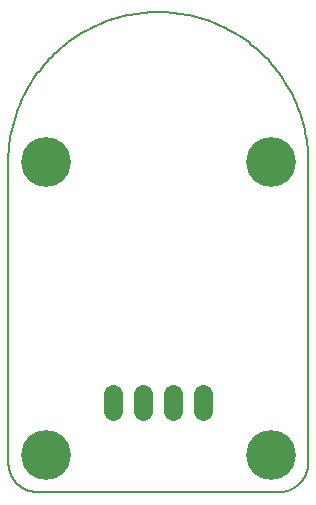
<source format=gbs>
G75*
%MOIN*%
%OFA0B0*%
%FSLAX25Y25*%
%IPPOS*%
%LPD*%
%AMOC8*
5,1,8,0,0,1.08239X$1,22.5*
%
%ADD10C,0.00500*%
%ADD11C,0.06343*%
%ADD12C,0.16611*%
D10*
X0011800Y0016800D02*
X0011800Y0116800D01*
X0011815Y0118018D01*
X0011859Y0119234D01*
X0011933Y0120450D01*
X0012037Y0121663D01*
X0012170Y0122873D01*
X0012333Y0124080D01*
X0012525Y0125282D01*
X0012746Y0126480D01*
X0012996Y0127672D01*
X0013275Y0128857D01*
X0013583Y0130035D01*
X0013920Y0131205D01*
X0014285Y0132367D01*
X0014678Y0133519D01*
X0015099Y0134662D01*
X0015548Y0135793D01*
X0016024Y0136914D01*
X0016528Y0138023D01*
X0017058Y0139119D01*
X0017615Y0140202D01*
X0018198Y0141271D01*
X0018806Y0142325D01*
X0019441Y0143365D01*
X0020100Y0144388D01*
X0020784Y0145396D01*
X0021493Y0146386D01*
X0022225Y0147359D01*
X0022981Y0148313D01*
X0023760Y0149249D01*
X0024561Y0150166D01*
X0025385Y0151063D01*
X0026230Y0151939D01*
X0027096Y0152795D01*
X0027983Y0153630D01*
X0028890Y0154442D01*
X0029816Y0155232D01*
X0030762Y0156000D01*
X0031725Y0156744D01*
X0032707Y0157464D01*
X0033706Y0158161D01*
X0034721Y0158833D01*
X0035753Y0159480D01*
X0036800Y0160101D01*
X0037862Y0160697D01*
X0038938Y0161267D01*
X0040027Y0161811D01*
X0041130Y0162327D01*
X0042245Y0162817D01*
X0043371Y0163280D01*
X0044508Y0163715D01*
X0045656Y0164122D01*
X0046813Y0164501D01*
X0047979Y0164852D01*
X0049153Y0165174D01*
X0050335Y0165468D01*
X0051524Y0165733D01*
X0052718Y0165968D01*
X0053918Y0166175D01*
X0055123Y0166352D01*
X0056331Y0166500D01*
X0057543Y0166618D01*
X0058758Y0166707D01*
X0059974Y0166767D01*
X0061191Y0166796D01*
X0062409Y0166796D01*
X0063626Y0166767D01*
X0064842Y0166707D01*
X0066057Y0166618D01*
X0067269Y0166500D01*
X0068477Y0166352D01*
X0069682Y0166175D01*
X0070882Y0165968D01*
X0072076Y0165733D01*
X0073265Y0165468D01*
X0074447Y0165174D01*
X0075621Y0164852D01*
X0076787Y0164501D01*
X0077944Y0164122D01*
X0079092Y0163715D01*
X0080229Y0163280D01*
X0081355Y0162817D01*
X0082470Y0162327D01*
X0083573Y0161811D01*
X0084662Y0161267D01*
X0085738Y0160697D01*
X0086800Y0160101D01*
X0087847Y0159480D01*
X0088879Y0158833D01*
X0089894Y0158161D01*
X0090893Y0157464D01*
X0091875Y0156744D01*
X0092838Y0156000D01*
X0093784Y0155232D01*
X0094710Y0154442D01*
X0095617Y0153630D01*
X0096504Y0152795D01*
X0097370Y0151939D01*
X0098215Y0151063D01*
X0099039Y0150166D01*
X0099840Y0149249D01*
X0100619Y0148313D01*
X0101375Y0147359D01*
X0102107Y0146386D01*
X0102816Y0145396D01*
X0103500Y0144388D01*
X0104159Y0143365D01*
X0104794Y0142325D01*
X0105402Y0141271D01*
X0105985Y0140202D01*
X0106542Y0139119D01*
X0107072Y0138023D01*
X0107576Y0136914D01*
X0108052Y0135793D01*
X0108501Y0134662D01*
X0108922Y0133519D01*
X0109315Y0132367D01*
X0109680Y0131205D01*
X0110017Y0130035D01*
X0110325Y0128857D01*
X0110604Y0127672D01*
X0110854Y0126480D01*
X0111075Y0125282D01*
X0111267Y0124080D01*
X0111430Y0122873D01*
X0111563Y0121663D01*
X0111667Y0120450D01*
X0111741Y0119234D01*
X0111785Y0118018D01*
X0111800Y0116800D01*
X0111800Y0016800D01*
X0111797Y0016558D01*
X0111788Y0016317D01*
X0111774Y0016076D01*
X0111753Y0015835D01*
X0111727Y0015595D01*
X0111695Y0015355D01*
X0111657Y0015116D01*
X0111614Y0014879D01*
X0111564Y0014642D01*
X0111509Y0014407D01*
X0111449Y0014173D01*
X0111382Y0013941D01*
X0111311Y0013710D01*
X0111233Y0013481D01*
X0111150Y0013254D01*
X0111062Y0013029D01*
X0110968Y0012806D01*
X0110869Y0012586D01*
X0110764Y0012368D01*
X0110655Y0012153D01*
X0110540Y0011940D01*
X0110420Y0011730D01*
X0110295Y0011524D01*
X0110165Y0011320D01*
X0110030Y0011119D01*
X0109890Y0010922D01*
X0109746Y0010728D01*
X0109597Y0010538D01*
X0109443Y0010352D01*
X0109285Y0010169D01*
X0109123Y0009990D01*
X0108956Y0009815D01*
X0108785Y0009644D01*
X0108610Y0009477D01*
X0108431Y0009315D01*
X0108248Y0009157D01*
X0108062Y0009003D01*
X0107872Y0008854D01*
X0107678Y0008710D01*
X0107481Y0008570D01*
X0107280Y0008435D01*
X0107076Y0008305D01*
X0106870Y0008180D01*
X0106660Y0008060D01*
X0106447Y0007945D01*
X0106232Y0007836D01*
X0106014Y0007731D01*
X0105794Y0007632D01*
X0105571Y0007538D01*
X0105346Y0007450D01*
X0105119Y0007367D01*
X0104890Y0007289D01*
X0104659Y0007218D01*
X0104427Y0007151D01*
X0104193Y0007091D01*
X0103958Y0007036D01*
X0103721Y0006986D01*
X0103484Y0006943D01*
X0103245Y0006905D01*
X0103005Y0006873D01*
X0102765Y0006847D01*
X0102524Y0006826D01*
X0102283Y0006812D01*
X0102042Y0006803D01*
X0101800Y0006800D01*
X0021800Y0006800D01*
X0021558Y0006803D01*
X0021317Y0006812D01*
X0021076Y0006826D01*
X0020835Y0006847D01*
X0020595Y0006873D01*
X0020355Y0006905D01*
X0020116Y0006943D01*
X0019879Y0006986D01*
X0019642Y0007036D01*
X0019407Y0007091D01*
X0019173Y0007151D01*
X0018941Y0007218D01*
X0018710Y0007289D01*
X0018481Y0007367D01*
X0018254Y0007450D01*
X0018029Y0007538D01*
X0017806Y0007632D01*
X0017586Y0007731D01*
X0017368Y0007836D01*
X0017153Y0007945D01*
X0016940Y0008060D01*
X0016730Y0008180D01*
X0016524Y0008305D01*
X0016320Y0008435D01*
X0016119Y0008570D01*
X0015922Y0008710D01*
X0015728Y0008854D01*
X0015538Y0009003D01*
X0015352Y0009157D01*
X0015169Y0009315D01*
X0014990Y0009477D01*
X0014815Y0009644D01*
X0014644Y0009815D01*
X0014477Y0009990D01*
X0014315Y0010169D01*
X0014157Y0010352D01*
X0014003Y0010538D01*
X0013854Y0010728D01*
X0013710Y0010922D01*
X0013570Y0011119D01*
X0013435Y0011320D01*
X0013305Y0011524D01*
X0013180Y0011730D01*
X0013060Y0011940D01*
X0012945Y0012153D01*
X0012836Y0012368D01*
X0012731Y0012586D01*
X0012632Y0012806D01*
X0012538Y0013029D01*
X0012450Y0013254D01*
X0012367Y0013481D01*
X0012289Y0013710D01*
X0012218Y0013941D01*
X0012151Y0014173D01*
X0012091Y0014407D01*
X0012036Y0014642D01*
X0011986Y0014879D01*
X0011943Y0015116D01*
X0011905Y0015355D01*
X0011873Y0015595D01*
X0011847Y0015835D01*
X0011826Y0016076D01*
X0011812Y0016317D01*
X0011803Y0016558D01*
X0011800Y0016800D01*
D11*
X0046800Y0034028D02*
X0046800Y0039572D01*
X0056800Y0039572D02*
X0056800Y0034028D01*
X0066800Y0034028D02*
X0066800Y0039572D01*
X0076800Y0039572D02*
X0076800Y0034028D01*
D12*
X0099300Y0019300D03*
X0099300Y0116800D03*
X0024300Y0116800D03*
X0024300Y0019300D03*
M02*

</source>
